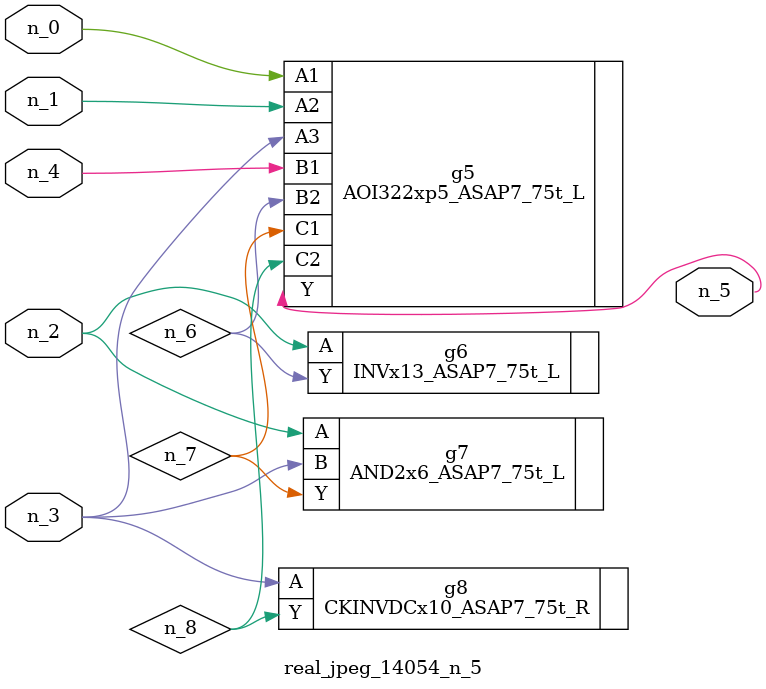
<source format=v>
module real_jpeg_14054_n_5 (n_4, n_0, n_1, n_2, n_3, n_5);

input n_4;
input n_0;
input n_1;
input n_2;
input n_3;

output n_5;

wire n_8;
wire n_6;
wire n_7;

AOI322xp5_ASAP7_75t_L g5 ( 
.A1(n_0),
.A2(n_1),
.A3(n_3),
.B1(n_4),
.B2(n_6),
.C1(n_7),
.C2(n_8),
.Y(n_5)
);

INVx13_ASAP7_75t_L g6 ( 
.A(n_2),
.Y(n_6)
);

AND2x6_ASAP7_75t_L g7 ( 
.A(n_2),
.B(n_3),
.Y(n_7)
);

CKINVDCx10_ASAP7_75t_R g8 ( 
.A(n_3),
.Y(n_8)
);


endmodule
</source>
